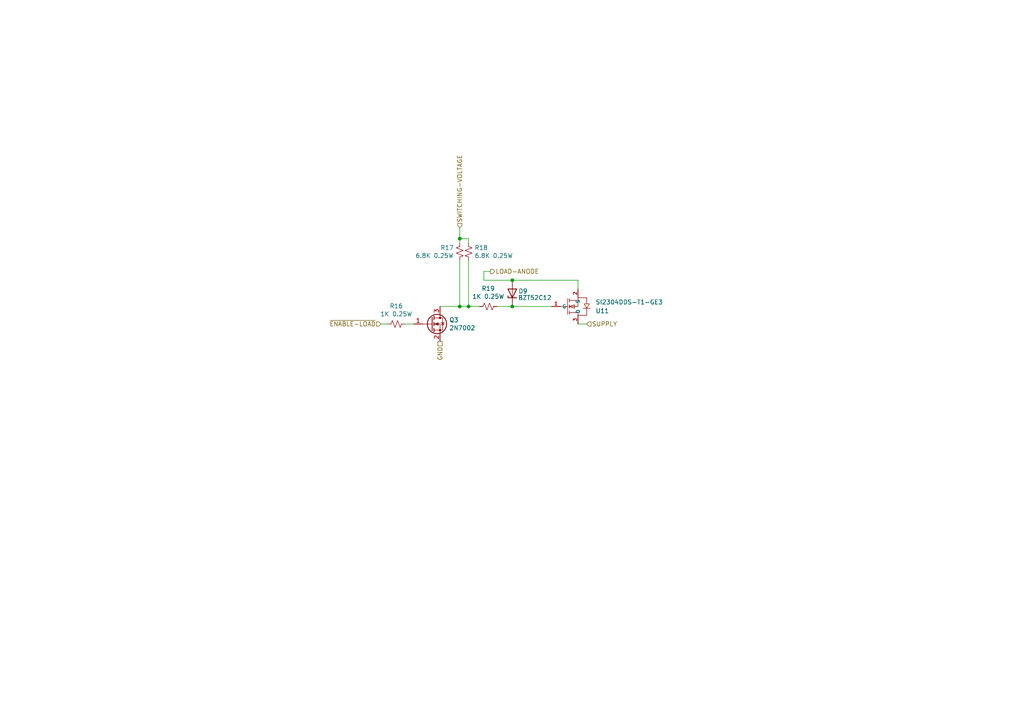
<source format=kicad_sch>
(kicad_sch (version 20231120) (generator "eeschema") (generator_version "8.0")
  (paper "A4")
  (lib_symbols
    (symbol "Device:R_Small_US" (pin_numbers hide) (pin_names (offset 0.254) hide)
      (property "Reference" "R" (at 0.762 0.508 0))
      (property "Value" "R_Small_US" (at 0.762 -1.016 0))
      (symbol "R_Small_US_1_1"
        (polyline (pts (xy 0 0) (xy 1.016 -0.381) (xy 0 -0.762) (xy -1.016 -1.143) (xy 0 -1.524)))
        (polyline (pts (xy 0 1.524) (xy 1.016 1.143) (xy 0 0.762) (xy -1.016 0.381) (xy 0 0)))
        (pin passive line (at 0 2.54 270) (length 1.016) (name "~") (number "1"))
        (pin passive line (at 0 -2.54 90) (length 1.016) (name "~") (number "2"))
      )
    )
    (symbol "Diode:BZT52Bxx" (pin_numbers hide) (pin_names hide)
      (property "Reference" "D" (at 0 2.54 0))
      (property "Value" "BZT52Bxx" (at 0 -2.54 0))
      (symbol "BZT52Bxx_0_1"
        (polyline (pts (xy 1.27 0) (xy -1.27 0)))
        (polyline (pts (xy -1.27 -1.27) (xy -1.27 1.27) (xy -0.762 1.27)) (stroke (width 0.254)))
        (polyline (pts (xy 1.27 -1.27) (xy 1.27 1.27) (xy -1.27 0) (xy 1.27 -1.27)) (stroke (width 0.254)))
      )
      (symbol "BZT52Bxx_1_1"
        (pin passive line (at -3.81 0 0) (length 2.54) (name "K") (number "1"))
        (pin passive line (at 3.81 0 180) (length 2.54) (name "A") (number "2"))
      )
    )
    (symbol "Transistor_FET:2N7002" (pin_names hide)
      (property "Reference" "Q" (at 5.08 1.905 0))
      (property "Value" "2N7002" (at 5.08 0 0))
      (symbol "2N7002_0_1"
        (polyline (pts (xy 0.254 0) (xy -2.54 0)))
        (polyline (pts (xy 0.254 1.905) (xy 0.254 -1.905)) (stroke (width 0.254)))
        (polyline (pts (xy 0.762 -1.27) (xy 0.762 -2.286)) (stroke (width 0.254)))
        (polyline (pts (xy 0.762 0.508) (xy 0.762 -0.508)) (stroke (width 0.254)))
        (polyline (pts (xy 0.762 2.286) (xy 0.762 1.27)) (stroke (width 0.254)))
        (polyline (pts (xy 2.54 2.54) (xy 2.54 1.778)))
        (polyline (pts (xy 2.54 -2.54) (xy 2.54 0) (xy 0.762 0)))
        (polyline (pts (xy 0.762 -1.778) (xy 3.302 -1.778) (xy 3.302 1.778) (xy 0.762 1.778)))
        (polyline (pts (xy 1.016 0) (xy 2.032 0.381) (xy 2.032 -0.381) (xy 1.016 0)) (fill (type outline)))
        (polyline (pts (xy 2.794 0.508) (xy 2.921 0.381) (xy 3.683 0.381) (xy 3.81 0.254)))
        (polyline (pts (xy 3.302 0.381) (xy 2.921 -0.254) (xy 3.683 -0.254) (xy 3.302 0.381)))
        (circle (center 1.651 0) (radius 2.794) (stroke (width 0.254)))
        (circle (center 2.54 -1.778) (radius 0.254) (fill (type outline)))
        (circle (center 2.54 1.778) (radius 0.254) (fill (type outline)))
      )
      (symbol "2N7002_1_1"
        (pin input line (at -5.08 0 0) (length 2.54) (name "G") (number "1"))
        (pin passive line (at 2.54 -5.08 90) (length 2.54) (name "S") (number "2"))
        (pin passive line (at 2.54 5.08 270) (length 2.54) (name "D") (number "3"))
      )
    )
    (symbol "adxi-symbols:SI2304DDS-T1-GE3"
      (property "Reference" "U" (at 0 1.27 0))
      (property "Value" "SI2304DDS-T1-GE3" (at 0 -2.54 0))
      (symbol "SI2304DDS-T1-GE3_0_1"
        (polyline (pts (xy -2.54 0) (xy -0.508 0)))
        (polyline (pts (xy -0.508 2.286) (xy -0.508 -2.286)))
        (polyline (pts (xy 0 -2.286) (xy 0 -1.27)))
        (polyline (pts (xy 0 -0.508) (xy 0 0.508)))
        (polyline (pts (xy 0 2.286) (xy 0 1.27)))
        (polyline (pts (xy 2.54 -1.778) (xy 0 -1.778)))
        (polyline (pts (xy 0 0) (xy 1.524 -0.508) (xy 1.524 0.508) (xy 0 0)) (fill (type background)))
        (polyline (pts (xy 5.08 0.508) (xy 4.318 -0.762) (xy 5.842 -0.762) (xy 5.08 0.508)) (fill (type background)))
        (polyline (pts (xy 6.096 0.508) (xy 5.588 0.508) (xy 4.572 0.508) (xy 4.064 0.508)))
        (polyline (pts (xy 0 0) (xy 2.54 0) (xy 2.54 -2.54) (xy 5.08 -2.54) (xy 5.08 -0.762)))
        (polyline (pts (xy 0 1.778) (xy 2.54 1.778) (xy 2.54 2.54) (xy 5.08 2.54) (xy 5.08 0.508)))
        (pin unspecified line (at -5.08 0 0) (length 2.54) (name "G") (number "1"))
        (pin unspecified line (at 2.54 -5.08 90) (length 2.54) (name "S") (number "2"))
        (pin unspecified line (at 2.54 5.08 270) (length 2.54) (name "D") (number "3"))
      )
    )
  )
  (junction (at 148.59 81.28))
  (junction (at 135.89 88.9))
  (junction (at 148.59 88.9))
  (junction (at 133.35 69.215))
  (junction (at 133.35 88.9))
  (wire (pts (xy 140.335 81.28) (xy 140.335 78.74)))
  (wire (pts (xy 167.64 93.98) (xy 170.18 93.98)))
  (wire (pts (xy 135.89 69.215) (xy 133.35 69.215)))
  (wire (pts (xy 133.35 75.565) (xy 133.35 88.9)))
  (wire (pts (xy 135.89 75.565) (xy 135.89 88.9)))
  (wire (pts (xy 135.89 70.485) (xy 135.89 69.215)))
  (wire (pts (xy 167.64 83.82) (xy 167.64 81.28)))
  (wire (pts (xy 133.35 70.485) (xy 133.35 69.215)))
  (wire (pts (xy 133.35 88.9) (xy 135.89 88.9)))
  (wire (pts (xy 117.475 93.98) (xy 120.015 93.98)))
  (wire (pts (xy 110.49 93.98) (xy 112.395 93.98)))
  (wire (pts (xy 135.89 88.9) (xy 139.065 88.9)))
  (wire (pts (xy 133.35 66.04) (xy 133.35 69.215)))
  (wire (pts (xy 127.635 88.9) (xy 133.35 88.9)))
  (wire (pts (xy 148.59 88.9) (xy 144.145 88.9)))
  (wire (pts (xy 140.335 81.28) (xy 148.59 81.28)))
  (wire (pts (xy 148.59 81.28) (xy 167.64 81.28)))
  (wire (pts (xy 148.59 88.9) (xy 160.02 88.9)))
  (wire (pts (xy 140.335 78.74) (xy 142.24 78.74)))
  (hierarchical_label "SUPPLY" (shape input) (at 170.18 93.98 0))
  (hierarchical_label "~{ENABLE-LOAD}" (shape input) (at 110.49 93.98 180))
  (hierarchical_label "GND" (shape passive) (at 127.635 99.06 270))
  (hierarchical_label "LOAD-ANODE" (shape output) (at 142.24 78.74 0))
  (hierarchical_label "SWITCHING-VOLTAGE" (shape input) (at 133.35 66.04 90))
  (symbol (lib_id "Diode:BZT52Bxx") (at 148.59 85.09 90) (unit 1)
    (property "Reference" "D9" (at 153.035 84.455 90) (effects (justify left)))
    (property "Value" "BZT52C12" (at 160.02 86.36 90) (effects (justify left)))
    (property "Footprint" "Diode_SMD:D_SOD-123" (effects (hide yes)))
    (property "Datasheet" "https://datasheet.lcsc.com/lcsc/1810122016_MDD-Microdiode-Electronics--BZT52C12_C173429.pdf" (effects (hide yes)))
    (property "LCSC Part #" "C173429" (effects (hide yes)))
    (property "MPN" "BZT52C12" (effects (hide yes)))
    (property "Manufacturer" "MDD" (effects (hide yes)))
  )
  (symbol (lib_id "Device:R_Small_US") (at 114.935 93.98 270) (unit 1)
    (property "Reference" "R16" (at 114.935 88.773 90))
    (property "Value" "1K 0.25W" (at 114.935 91.0844 90))
    (property "Footprint" "Resistor_SMD:R_1206_3216Metric" (effects (hide yes)))
    (property "Datasheet" "https://datasheet.lcsc.com/lcsc/2110251730_UNI-ROYAL-Uniroyal-Elec-1206W4F1001T5_C4410.pdf" (effects (hide yes)))
    (property "LCSC Part #" "C4410" (effects (hide yes)))
    (property "MPN" "1206W4F1001T5" (effects (hide yes)))
    (property "Manufacturer" "Uniroyal" (effects (hide yes)))
  )
  (symbol (lib_id "Transistor_FET:2N7002") (at 125.095 93.98 0) (unit 1)
    (property "Reference" "Q3" (at 130.2766 92.8116 0) (effects (justify left)))
    (property "Value" "2N7002" (at 130.2766 95.123 0) (effects (justify left)))
    (property "Footprint" "Package_TO_SOT_SMD:SOT-23" (effects (hide yes)))
    (property "Datasheet" "https://www.onsemi.com/pub/Collateral/NDS7002A-D.PDF" (effects (hide yes)))
    (property "Description" "60V 115mA 200mW 7.5Ω@10V,500mA 2.5V@250uA 1PCSNChannel SOT-23 MOSFETs ROHS" (effects (hide yes)))
    (property "LCSC Part #" "C8545" (effects (hide yes)))
    (property "MPN" "2N7002" (effects (hide yes)))
    (property "Manufacturer" "Changjing" (effects (hide yes)))
  )
  (symbol (lib_id "Device:R_Small_US") (at 135.89 73.025 180) (unit 1)
    (property "Reference" "R18" (at 137.6172 71.8566 0) (effects (justify right)))
    (property "Value" "6.8K 0.25W" (at 137.6172 74.168 0) (effects (justify right)))
    (property "Footprint" "Resistor_SMD:R_1206_3216Metric" (effects (hide yes)))
    (property "Datasheet" "https://datasheet.lcsc.com/lcsc/2110260130_UNI-ROYAL-Uniroyal-Elec-1206W4F6801T5E_C26034.pdf" (effects (hide yes)))
    (property "LCSC Part #" "C26034" (effects (hide yes)))
    (property "MPN" "1206W4F6801T5E" (effects (hide yes)))
    (property "Manufacturer" "Uniroyal" (effects (hide yes)))
  )
  (symbol (lib_id "Device:R_Small_US") (at 133.35 73.025 0) (mirror x) (unit 1)
    (property "Reference" "R17" (at 131.6228 71.8566 0) (effects (justify right)))
    (property "Value" "6.8K 0.25W" (at 131.6228 74.168 0) (effects (justify right)))
    (property "Footprint" "Resistor_SMD:R_1206_3216Metric" (effects (hide yes)))
    (property "Datasheet" "https://datasheet.lcsc.com/lcsc/2110260130_UNI-ROYAL-Uniroyal-Elec-1206W4F6801T5E_C26034.pdf" (effects (hide yes)))
    (property "LCSC Part #" "C26034" (effects (hide yes)))
    (property "MPN" "1206W4F6801T5E" (effects (hide yes)))
    (property "Manufacturer" "Uniroyal" (effects (hide yes)))
  )
  (symbol (lib_id "Device:R_Small_US") (at 141.605 88.9 270) (unit 1)
    (property "Reference" "R19" (at 141.605 83.693 90))
    (property "Value" "1K 0.25W" (at 141.605 86.0044 90))
    (property "Footprint" "Resistor_SMD:R_1206_3216Metric" (effects (hide yes)))
    (property "Datasheet" "https://datasheet.lcsc.com/lcsc/2110251730_UNI-ROYAL-Uniroyal-Elec-1206W4F1001T5_C4410.pdf" (effects (hide yes)))
    (property "LCSC Part #" "C4410" (effects (hide yes)))
    (property "MPN" "1206W4F1001T5" (effects (hide yes)))
    (property "Manufacturer" "Uniroyal" (effects (hide yes)))
  )
  (symbol (lib_id "adxi-symbols:SI2304DDS-T1-GE3") (at 165.1 88.9 0) (mirror x) (unit 1)
    (property "Reference" "U11" (at 172.72 90.1701 0) (effects (justify left)))
    (property "Value" "SI2304DDS-T1-GE3" (at 172.72 87.6301 0) (effects (justify left)))
    (property "Footprint" "adxi-footprints:SOT-23-3_L2.9-W1.6-P1.90-LS2.8-BR" (effects (hide yes)))
    (property "Datasheet" "https://www.lcsc.com/datasheet/lcsc_datasheet_1809192314_Vishay-Intertech-SI2304DDS-T1-GE3_C56372.pdf" (effects (hide yes)))
    (property "Description" "30V 60mΩ@10V,3.2A 2.2V@250uA 1 N-Channel SOT-23 MOSFETs ROHS" (effects (hide yes)))
    (property "LCSC Part #" "C56372" (effects (hide yes)))
    (property "MPN" "SI2304DDS-T1-GE3" (effects (hide yes)))
    (property "Manufacturer" "Vishay" (effects (hide yes)))
  )
)
</source>
